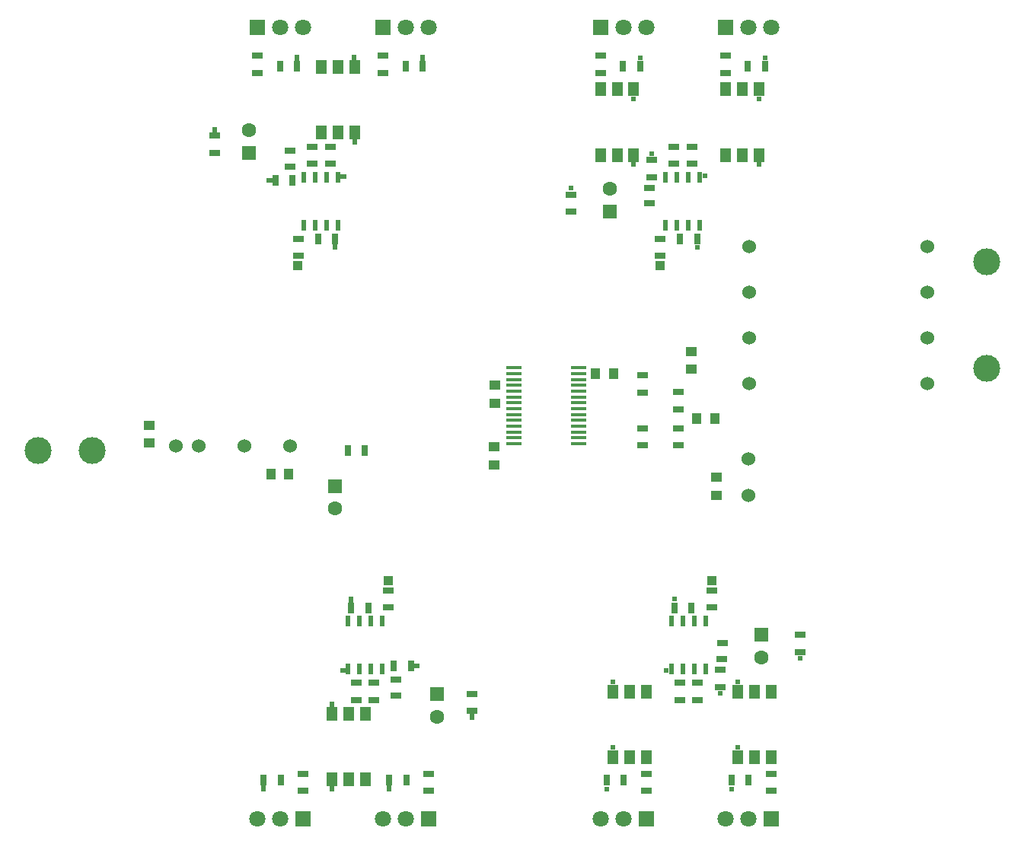
<source format=gbr>
G04 #@! TF.GenerationSoftware,KiCad,Pcbnew,(5.1.2)-1*
G04 #@! TF.CreationDate,2019-05-29T22:51:05-07:00*
G04 #@! TF.ProjectId,1000WConverter_r1_ctrl,31303030-5743-46f6-9e76-65727465725f,rev?*
G04 #@! TF.SameCoordinates,Original*
G04 #@! TF.FileFunction,Soldermask,Top*
G04 #@! TF.FilePolarity,Negative*
%FSLAX46Y46*%
G04 Gerber Fmt 4.6, Leading zero omitted, Abs format (unit mm)*
G04 Created by KiCad (PCBNEW (5.1.2)-1) date 2019-05-29 22:51:05*
%MOMM*%
%LPD*%
G04 APERTURE LIST*
%ADD10C,0.609600*%
%ADD11C,1.800000*%
%ADD12R,1.800000X1.800000*%
%ADD13R,1.200000X1.500000*%
%ADD14R,1.300000X0.700000*%
%ADD15R,0.700000X1.300000*%
%ADD16R,0.508000X1.143000*%
%ADD17R,1.016000X1.016000*%
%ADD18C,1.600000*%
%ADD19R,1.600000X1.600000*%
%ADD20R,0.600000X0.750000*%
%ADD21R,0.750000X0.600000*%
%ADD22R,1.000000X1.250000*%
%ADD23R,1.250000X1.000000*%
%ADD24C,1.524000*%
%ADD25R,1.750000X0.450000*%
%ADD26C,3.000000*%
G04 APERTURE END LIST*
D10*
X24140000Y-40691600D03*
X10240000Y-40691600D03*
X10940000Y-36088400D03*
X10940000Y-28788400D03*
X16898400Y-27532500D03*
X24840000Y-36088400D03*
X24840000Y-28788400D03*
X22867500Y-30011600D03*
X17767500Y-19578400D03*
D11*
X9560000Y-44000000D03*
D12*
X14640000Y-44000000D03*
D11*
X12100000Y-44000000D03*
D13*
X14640000Y-29850000D03*
X12790000Y-37150000D03*
X12790000Y-29850000D03*
X10940000Y-29850000D03*
X10940000Y-37150000D03*
X14640000Y-37150000D03*
D14*
X14640000Y-40900000D03*
X14640000Y-39000000D03*
D15*
X12140000Y-39725000D03*
X10240000Y-39725000D03*
X24140000Y-39725000D03*
X26040000Y-39725000D03*
D14*
X28540000Y-39000000D03*
X28540000Y-40900000D03*
D13*
X28540000Y-37150000D03*
X24840000Y-37150000D03*
X24840000Y-29850000D03*
X26690000Y-29850000D03*
X26690000Y-37150000D03*
X28540000Y-29850000D03*
D11*
X26000000Y-44000000D03*
D12*
X28540000Y-44000000D03*
D11*
X23460000Y-44000000D03*
D14*
X31792500Y-25435000D03*
X31792500Y-23535000D03*
X22877500Y-27400000D03*
X22867500Y-29340000D03*
X21942500Y-18615000D03*
X21942500Y-20515000D03*
D15*
X17767500Y-20540000D03*
X19667500Y-20540000D03*
D14*
X23067500Y-26200000D03*
X23117500Y-24460000D03*
X18367500Y-30790000D03*
X20367500Y-30790000D03*
D16*
X21272500Y-27365000D03*
X20002500Y-27365000D03*
X18732500Y-27365000D03*
X17462500Y-27365000D03*
X17462500Y-22015000D03*
X18732500Y-22015000D03*
X20002500Y-22015000D03*
X21272500Y-22015000D03*
D14*
X20367500Y-28890000D03*
X18367500Y-28890000D03*
D17*
X21917500Y-17500000D03*
D18*
X27467500Y-26060000D03*
D19*
X27467500Y-23560000D03*
D10*
X31792500Y-26150000D03*
X13960000Y40691600D03*
X27860000Y40691600D03*
X27160000Y36088400D03*
X27160000Y28788400D03*
X21201600Y27532500D03*
X13260000Y36088400D03*
X13260000Y28788400D03*
X15232500Y30011600D03*
X20332500Y19578400D03*
D11*
X28540000Y44000000D03*
D12*
X23460000Y44000000D03*
D11*
X26000000Y44000000D03*
D13*
X23460000Y29850000D03*
X25310000Y37150000D03*
X25310000Y29850000D03*
X27160000Y29850000D03*
X27160000Y37150000D03*
X23460000Y37150000D03*
D14*
X23460000Y40900000D03*
X23460000Y39000000D03*
D15*
X25960000Y39725000D03*
X27860000Y39725000D03*
X13960000Y39725000D03*
X12060000Y39725000D03*
D14*
X9560000Y39000000D03*
X9560000Y40900000D03*
D13*
X9560000Y37150000D03*
X13260000Y37150000D03*
X13260000Y29850000D03*
X11410000Y29850000D03*
X11410000Y37150000D03*
X9560000Y29850000D03*
D11*
X12100000Y44000000D03*
D12*
X9560000Y44000000D03*
D11*
X14640000Y44000000D03*
D14*
X6307500Y25435000D03*
X6307500Y23535000D03*
X15222500Y27400000D03*
X15232500Y29340000D03*
X16157500Y18615000D03*
X16157500Y20515000D03*
D15*
X20332500Y20540000D03*
X18432500Y20540000D03*
D14*
X15032500Y26200000D03*
X14982500Y24460000D03*
X19732500Y30790000D03*
X17732500Y30790000D03*
D16*
X16827500Y27365000D03*
X18097500Y27365000D03*
X19367500Y27365000D03*
X20637500Y27365000D03*
X20637500Y22015000D03*
X19367500Y22015000D03*
X18097500Y22015000D03*
X16827500Y22015000D03*
D14*
X17732500Y28890000D03*
X19732500Y28890000D03*
D17*
X16182500Y17500000D03*
D18*
X10632500Y26060000D03*
D19*
X10632500Y23560000D03*
D10*
X6307500Y26150000D03*
D20*
X-17810000Y40615000D03*
D10*
X-17810000Y40725000D03*
X-10185000Y40700000D03*
D20*
X-10185000Y40590000D03*
X-24185000Y40540000D03*
D10*
X-24185000Y40700000D03*
X-17765000Y31235000D03*
D20*
X-17765000Y31385000D03*
D21*
X-19135000Y27485000D03*
D10*
X-19940000Y19550000D03*
X-18985000Y27485000D03*
D20*
X-19940000Y19700000D03*
D21*
X-27150000Y27025000D03*
D15*
X-12090000Y39725000D03*
D14*
X-14590000Y39000000D03*
D19*
X-29490000Y30100000D03*
D18*
X-29490000Y32640000D03*
D11*
X-9510000Y44000000D03*
D12*
X-14590000Y44000000D03*
D11*
X-12050000Y44000000D03*
D17*
X-24090000Y17500000D03*
D14*
X-20490000Y28890000D03*
X-22490000Y28890000D03*
D16*
X-23395000Y22015000D03*
X-22125000Y22015000D03*
X-20855000Y22015000D03*
X-19585000Y22015000D03*
X-19585000Y27365000D03*
X-20855000Y27365000D03*
X-22125000Y27365000D03*
X-23395000Y27365000D03*
D14*
X-22490000Y30790000D03*
X-20490000Y30790000D03*
X-24950000Y28560000D03*
X-24950000Y30300000D03*
D15*
X-21840000Y20540000D03*
X-19940000Y20540000D03*
D14*
X-24065000Y20515000D03*
X-24065000Y18615000D03*
D15*
X-26575000Y27025000D03*
X-24675000Y27025000D03*
D14*
X-33375000Y30100000D03*
X-33375000Y32000000D03*
X-14590000Y40900000D03*
D15*
X-10190000Y39725000D03*
X-24190000Y39725000D03*
X-26090000Y39725000D03*
D14*
X-28590000Y39000000D03*
X-28590000Y40900000D03*
D13*
X-21490000Y39600000D03*
X-17790000Y39650000D03*
X-17790000Y32350000D03*
X-19640000Y32350000D03*
X-19640000Y39650000D03*
X-21490000Y32350000D03*
D11*
X-26050000Y44000000D03*
D12*
X-28590000Y44000000D03*
D11*
X-23510000Y44000000D03*
D10*
X-33375000Y32725000D03*
X-27300000Y27025000D03*
D20*
X-33375000Y32575000D03*
X-20290000Y-40615000D03*
D10*
X-20290000Y-40725000D03*
X-27915000Y-40700000D03*
D20*
X-27915000Y-40590000D03*
X-13915000Y-40540000D03*
D10*
X-13915000Y-40700000D03*
X-20335000Y-31235000D03*
D20*
X-20335000Y-31385000D03*
D21*
X-18965000Y-27485000D03*
D10*
X-18160000Y-19550000D03*
X-19115000Y-27485000D03*
D20*
X-18160000Y-19700000D03*
D21*
X-10950000Y-27025000D03*
D15*
X-26010000Y-39725000D03*
D14*
X-23510000Y-39000000D03*
D19*
X-8610000Y-30100000D03*
D18*
X-8610000Y-32640000D03*
D11*
X-28590000Y-44000000D03*
D12*
X-23510000Y-44000000D03*
D11*
X-26050000Y-44000000D03*
D17*
X-14010000Y-17500000D03*
D14*
X-17610000Y-28890000D03*
X-15610000Y-28890000D03*
D16*
X-14705000Y-22015000D03*
X-15975000Y-22015000D03*
X-17245000Y-22015000D03*
X-18515000Y-22015000D03*
X-18515000Y-27365000D03*
X-17245000Y-27365000D03*
X-15975000Y-27365000D03*
X-14705000Y-27365000D03*
D14*
X-15610000Y-30790000D03*
X-17610000Y-30790000D03*
X-13150000Y-28560000D03*
X-13150000Y-30300000D03*
D15*
X-16260000Y-20540000D03*
X-18160000Y-20540000D03*
D14*
X-14035000Y-20515000D03*
X-14035000Y-18615000D03*
D15*
X-11525000Y-27025000D03*
X-13425000Y-27025000D03*
D14*
X-4725000Y-30100000D03*
X-4725000Y-32000000D03*
X-23510000Y-40900000D03*
D15*
X-27910000Y-39725000D03*
X-13910000Y-39725000D03*
X-12010000Y-39725000D03*
D14*
X-9510000Y-39000000D03*
X-9510000Y-40900000D03*
D13*
X-16610000Y-39600000D03*
X-20310000Y-39650000D03*
X-20310000Y-32350000D03*
X-18460000Y-32350000D03*
X-18460000Y-39650000D03*
X-16610000Y-32350000D03*
D11*
X-12050000Y-44000000D03*
D12*
X-9510000Y-44000000D03*
D11*
X-14590000Y-44000000D03*
D10*
X-4725000Y-32725000D03*
X-10800000Y-27025000D03*
D20*
X-4725000Y-32575000D03*
D22*
X22250000Y500000D03*
X20250000Y500000D03*
D23*
X19700000Y8000000D03*
X19700000Y6000000D03*
D24*
X26000000Y-4000000D03*
X26000000Y-8000000D03*
D23*
X-2250000Y-2650000D03*
X-2250000Y-4650000D03*
X-40600000Y-2200000D03*
X-40600000Y-200000D03*
D22*
X-25100000Y-5700000D03*
X-27100000Y-5700000D03*
D24*
X-30000000Y-2540000D03*
X-24920000Y-2540000D03*
X-35080000Y-2540000D03*
X-37620000Y-2540000D03*
D15*
X-16650000Y-3000000D03*
X-18550000Y-3000000D03*
D23*
X22500000Y-6000000D03*
X22500000Y-8000000D03*
D14*
X18250000Y3450000D03*
X18250000Y1550000D03*
X14275000Y3425000D03*
X14275000Y5325000D03*
X18250000Y-2450000D03*
X18250000Y-550000D03*
X14250000Y-550000D03*
X14250000Y-2450000D03*
D22*
X11000000Y5550000D03*
X9000000Y5550000D03*
D23*
X-2200000Y4250000D03*
X-2200000Y2250000D03*
D25*
X7100000Y-2269200D03*
X7100000Y-1619200D03*
X7100000Y-969200D03*
X7100000Y-319200D03*
X7100000Y330800D03*
X7100000Y980800D03*
X7100000Y1630800D03*
X7100000Y2280800D03*
X7100000Y2930800D03*
X7100000Y3580800D03*
X7100000Y4230800D03*
X7100000Y4880800D03*
X7100000Y5530800D03*
X7100000Y6180800D03*
X-100000Y6180800D03*
X-100000Y5530800D03*
X-100000Y4880800D03*
X-100000Y4230800D03*
X-100000Y3580800D03*
X-100000Y2930800D03*
X-100000Y2280800D03*
X-100000Y1630800D03*
X-100000Y980800D03*
X-100000Y330800D03*
X-100000Y-319200D03*
X-100000Y-969200D03*
X-100000Y-1619200D03*
X-100000Y-2269200D03*
D24*
X45906000Y14540000D03*
X45906000Y19620000D03*
X45906000Y9460000D03*
X45906000Y4380000D03*
X26094000Y19620000D03*
X26094000Y14540000D03*
X26094000Y9460000D03*
X26094000Y4380000D03*
D26*
X-47000000Y-3000000D03*
X-53000000Y-3000000D03*
X52500000Y6100000D03*
X52500000Y18000000D03*
D18*
X-20000000Y-9500000D03*
D19*
X-20000000Y-7000000D03*
M02*

</source>
